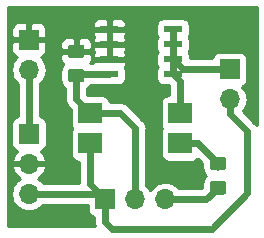
<source format=gbr>
G04 #@! TF.GenerationSoftware,KiCad,Pcbnew,(5.0.0-rc3-dev)*
G04 #@! TF.CreationDate,2018-07-21T10:19:03+02:00*
G04 #@! TF.ProjectId,Poweronoff,506F7765726F6E6F66662E6B69636164,rev?*
G04 #@! TF.SameCoordinates,PX7a8c120PY53ec600*
G04 #@! TF.FileFunction,Copper,L1,Top,Signal*
G04 #@! TF.FilePolarity,Positive*
%FSLAX46Y46*%
G04 Gerber Fmt 4.6, Leading zero omitted, Abs format (unit mm)*
G04 Created by KiCad (PCBNEW (5.0.0-rc3-dev)) date 07/21/18 10:19:03*
%MOMM*%
%LPD*%
G01*
G04 APERTURE LIST*
G04 #@! TA.AperFunction,ComponentPad*
%ADD10O,1.700000X1.700000*%
G04 #@! TD*
G04 #@! TA.AperFunction,ComponentPad*
%ADD11R,1.700000X1.700000*%
G04 #@! TD*
G04 #@! TA.AperFunction,SMDPad,CuDef*
%ADD12R,2.000000X1.780000*%
G04 #@! TD*
G04 #@! TA.AperFunction,SMDPad,CuDef*
%ADD13R,1.550000X0.600000*%
G04 #@! TD*
G04 #@! TA.AperFunction,Conductor*
%ADD14C,0.100000*%
G04 #@! TD*
G04 #@! TA.AperFunction,SMDPad,CuDef*
%ADD15C,1.150000*%
G04 #@! TD*
G04 #@! TA.AperFunction,Conductor*
%ADD16C,0.600000*%
G04 #@! TD*
G04 #@! TA.AperFunction,Conductor*
%ADD17C,0.254000*%
G04 #@! TD*
%ADD18C,0.254000*%
G04 APERTURE END LIST*
D10*
G04 #@! TO.P,J3,2*
G04 #@! TO.N,VCC*
X19500000Y11460000D03*
D11*
G04 #@! TO.P,J3,1*
G04 #@! TO.N,mcuGND*
X19500000Y14000000D03*
G04 #@! TD*
G04 #@! TO.P,J1,1*
G04 #@! TO.N,GND*
X2500000Y16500000D03*
D10*
G04 #@! TO.P,J1,2*
G04 #@! TO.N,Net-(J1-Pad2)*
X2500000Y13960000D03*
G04 #@! TD*
G04 #@! TO.P,U1,3*
G04 #@! TO.N,VCC*
X2500000Y3460000D03*
G04 #@! TO.P,U1,2*
G04 #@! TO.N,GND*
X2500000Y6000000D03*
D11*
G04 #@! TO.P,U1,1*
G04 #@! TO.N,Net-(J1-Pad2)*
X2500000Y8540000D03*
G04 #@! TD*
G04 #@! TO.P,J2,1*
G04 #@! TO.N,VCC*
X8960000Y3000000D03*
D10*
G04 #@! TO.P,J2,2*
G04 #@! TO.N,gate*
X11500000Y3000000D03*
G04 #@! TO.P,J2,3*
G04 #@! TO.N,Net-(J2-Pad3)*
X14040000Y3000000D03*
G04 #@! TD*
D12*
G04 #@! TO.P,U2,1*
G04 #@! TO.N,Net-(R2-Pad2)*
X15310000Y7730000D03*
G04 #@! TO.P,U2,3*
G04 #@! TO.N,gate*
X7690000Y10270000D03*
G04 #@! TO.P,U2,2*
G04 #@! TO.N,mcuGND*
X15310000Y10270000D03*
G04 #@! TO.P,U2,4*
G04 #@! TO.N,VCC*
X7690000Y7730000D03*
G04 #@! TD*
D13*
G04 #@! TO.P,Q1,1*
G04 #@! TO.N,GND*
X9300000Y17405000D03*
G04 #@! TO.P,Q1,2*
X9300000Y16135000D03*
G04 #@! TO.P,Q1,3*
X9300000Y14865000D03*
G04 #@! TO.P,Q1,4*
G04 #@! TO.N,gate*
X9300000Y13595000D03*
G04 #@! TO.P,Q1,5*
G04 #@! TO.N,mcuGND*
X14700000Y13595000D03*
G04 #@! TO.P,Q1,6*
X14700000Y14865000D03*
G04 #@! TO.P,Q1,7*
X14700000Y16135000D03*
G04 #@! TO.P,Q1,8*
X14700000Y17405000D03*
G04 #@! TD*
D14*
G04 #@! TO.N,Net-(R2-Pad2)*
G04 #@! TO.C,R2*
G36*
X18974505Y6598796D02*
X18998773Y6595196D01*
X19022572Y6589235D01*
X19045671Y6580970D01*
X19067850Y6570480D01*
X19088893Y6557868D01*
X19108599Y6543253D01*
X19126777Y6526777D01*
X19143253Y6508599D01*
X19157868Y6488893D01*
X19170480Y6467850D01*
X19180970Y6445671D01*
X19189235Y6422572D01*
X19195196Y6398773D01*
X19198796Y6374505D01*
X19200000Y6350001D01*
X19200000Y5699999D01*
X19198796Y5675495D01*
X19195196Y5651227D01*
X19189235Y5627428D01*
X19180970Y5604329D01*
X19170480Y5582150D01*
X19157868Y5561107D01*
X19143253Y5541401D01*
X19126777Y5523223D01*
X19108599Y5506747D01*
X19088893Y5492132D01*
X19067850Y5479520D01*
X19045671Y5469030D01*
X19022572Y5460765D01*
X18998773Y5454804D01*
X18974505Y5451204D01*
X18950001Y5450000D01*
X18049999Y5450000D01*
X18025495Y5451204D01*
X18001227Y5454804D01*
X17977428Y5460765D01*
X17954329Y5469030D01*
X17932150Y5479520D01*
X17911107Y5492132D01*
X17891401Y5506747D01*
X17873223Y5523223D01*
X17856747Y5541401D01*
X17842132Y5561107D01*
X17829520Y5582150D01*
X17819030Y5604329D01*
X17810765Y5627428D01*
X17804804Y5651227D01*
X17801204Y5675495D01*
X17800000Y5699999D01*
X17800000Y6350001D01*
X17801204Y6374505D01*
X17804804Y6398773D01*
X17810765Y6422572D01*
X17819030Y6445671D01*
X17829520Y6467850D01*
X17842132Y6488893D01*
X17856747Y6508599D01*
X17873223Y6526777D01*
X17891401Y6543253D01*
X17911107Y6557868D01*
X17932150Y6570480D01*
X17954329Y6580970D01*
X17977428Y6589235D01*
X18001227Y6595196D01*
X18025495Y6598796D01*
X18049999Y6600000D01*
X18950001Y6600000D01*
X18974505Y6598796D01*
X18974505Y6598796D01*
G37*
D15*
G04 #@! TD*
G04 #@! TO.P,R2,2*
G04 #@! TO.N,Net-(R2-Pad2)*
X18500000Y6025000D03*
D14*
G04 #@! TO.N,Net-(J2-Pad3)*
G04 #@! TO.C,R2*
G36*
X18974505Y4548796D02*
X18998773Y4545196D01*
X19022572Y4539235D01*
X19045671Y4530970D01*
X19067850Y4520480D01*
X19088893Y4507868D01*
X19108599Y4493253D01*
X19126777Y4476777D01*
X19143253Y4458599D01*
X19157868Y4438893D01*
X19170480Y4417850D01*
X19180970Y4395671D01*
X19189235Y4372572D01*
X19195196Y4348773D01*
X19198796Y4324505D01*
X19200000Y4300001D01*
X19200000Y3649999D01*
X19198796Y3625495D01*
X19195196Y3601227D01*
X19189235Y3577428D01*
X19180970Y3554329D01*
X19170480Y3532150D01*
X19157868Y3511107D01*
X19143253Y3491401D01*
X19126777Y3473223D01*
X19108599Y3456747D01*
X19088893Y3442132D01*
X19067850Y3429520D01*
X19045671Y3419030D01*
X19022572Y3410765D01*
X18998773Y3404804D01*
X18974505Y3401204D01*
X18950001Y3400000D01*
X18049999Y3400000D01*
X18025495Y3401204D01*
X18001227Y3404804D01*
X17977428Y3410765D01*
X17954329Y3419030D01*
X17932150Y3429520D01*
X17911107Y3442132D01*
X17891401Y3456747D01*
X17873223Y3473223D01*
X17856747Y3491401D01*
X17842132Y3511107D01*
X17829520Y3532150D01*
X17819030Y3554329D01*
X17810765Y3577428D01*
X17804804Y3601227D01*
X17801204Y3625495D01*
X17800000Y3649999D01*
X17800000Y4300001D01*
X17801204Y4324505D01*
X17804804Y4348773D01*
X17810765Y4372572D01*
X17819030Y4395671D01*
X17829520Y4417850D01*
X17842132Y4438893D01*
X17856747Y4458599D01*
X17873223Y4476777D01*
X17891401Y4493253D01*
X17911107Y4507868D01*
X17932150Y4520480D01*
X17954329Y4530970D01*
X17977428Y4539235D01*
X18001227Y4545196D01*
X18025495Y4548796D01*
X18049999Y4550000D01*
X18950001Y4550000D01*
X18974505Y4548796D01*
X18974505Y4548796D01*
G37*
D15*
G04 #@! TD*
G04 #@! TO.P,R2,1*
G04 #@! TO.N,Net-(J2-Pad3)*
X18500000Y3975000D03*
D14*
G04 #@! TO.N,gate*
G04 #@! TO.C,R1*
G36*
X6974505Y14048796D02*
X6998773Y14045196D01*
X7022572Y14039235D01*
X7045671Y14030970D01*
X7067850Y14020480D01*
X7088893Y14007868D01*
X7108599Y13993253D01*
X7126777Y13976777D01*
X7143253Y13958599D01*
X7157868Y13938893D01*
X7170480Y13917850D01*
X7180970Y13895671D01*
X7189235Y13872572D01*
X7195196Y13848773D01*
X7198796Y13824505D01*
X7200000Y13800001D01*
X7200000Y13149999D01*
X7198796Y13125495D01*
X7195196Y13101227D01*
X7189235Y13077428D01*
X7180970Y13054329D01*
X7170480Y13032150D01*
X7157868Y13011107D01*
X7143253Y12991401D01*
X7126777Y12973223D01*
X7108599Y12956747D01*
X7088893Y12942132D01*
X7067850Y12929520D01*
X7045671Y12919030D01*
X7022572Y12910765D01*
X6998773Y12904804D01*
X6974505Y12901204D01*
X6950001Y12900000D01*
X6049999Y12900000D01*
X6025495Y12901204D01*
X6001227Y12904804D01*
X5977428Y12910765D01*
X5954329Y12919030D01*
X5932150Y12929520D01*
X5911107Y12942132D01*
X5891401Y12956747D01*
X5873223Y12973223D01*
X5856747Y12991401D01*
X5842132Y13011107D01*
X5829520Y13032150D01*
X5819030Y13054329D01*
X5810765Y13077428D01*
X5804804Y13101227D01*
X5801204Y13125495D01*
X5800000Y13149999D01*
X5800000Y13800001D01*
X5801204Y13824505D01*
X5804804Y13848773D01*
X5810765Y13872572D01*
X5819030Y13895671D01*
X5829520Y13917850D01*
X5842132Y13938893D01*
X5856747Y13958599D01*
X5873223Y13976777D01*
X5891401Y13993253D01*
X5911107Y14007868D01*
X5932150Y14020480D01*
X5954329Y14030970D01*
X5977428Y14039235D01*
X6001227Y14045196D01*
X6025495Y14048796D01*
X6049999Y14050000D01*
X6950001Y14050000D01*
X6974505Y14048796D01*
X6974505Y14048796D01*
G37*
D15*
G04 #@! TD*
G04 #@! TO.P,R1,1*
G04 #@! TO.N,gate*
X6500000Y13475000D03*
D14*
G04 #@! TO.N,GND*
G04 #@! TO.C,R1*
G36*
X6974505Y16098796D02*
X6998773Y16095196D01*
X7022572Y16089235D01*
X7045671Y16080970D01*
X7067850Y16070480D01*
X7088893Y16057868D01*
X7108599Y16043253D01*
X7126777Y16026777D01*
X7143253Y16008599D01*
X7157868Y15988893D01*
X7170480Y15967850D01*
X7180970Y15945671D01*
X7189235Y15922572D01*
X7195196Y15898773D01*
X7198796Y15874505D01*
X7200000Y15850001D01*
X7200000Y15199999D01*
X7198796Y15175495D01*
X7195196Y15151227D01*
X7189235Y15127428D01*
X7180970Y15104329D01*
X7170480Y15082150D01*
X7157868Y15061107D01*
X7143253Y15041401D01*
X7126777Y15023223D01*
X7108599Y15006747D01*
X7088893Y14992132D01*
X7067850Y14979520D01*
X7045671Y14969030D01*
X7022572Y14960765D01*
X6998773Y14954804D01*
X6974505Y14951204D01*
X6950001Y14950000D01*
X6049999Y14950000D01*
X6025495Y14951204D01*
X6001227Y14954804D01*
X5977428Y14960765D01*
X5954329Y14969030D01*
X5932150Y14979520D01*
X5911107Y14992132D01*
X5891401Y15006747D01*
X5873223Y15023223D01*
X5856747Y15041401D01*
X5842132Y15061107D01*
X5829520Y15082150D01*
X5819030Y15104329D01*
X5810765Y15127428D01*
X5804804Y15151227D01*
X5801204Y15175495D01*
X5800000Y15199999D01*
X5800000Y15850001D01*
X5801204Y15874505D01*
X5804804Y15898773D01*
X5810765Y15922572D01*
X5819030Y15945671D01*
X5829520Y15967850D01*
X5842132Y15988893D01*
X5856747Y16008599D01*
X5873223Y16026777D01*
X5891401Y16043253D01*
X5911107Y16057868D01*
X5932150Y16070480D01*
X5954329Y16080970D01*
X5977428Y16089235D01*
X6001227Y16095196D01*
X6025495Y16098796D01*
X6049999Y16100000D01*
X6950001Y16100000D01*
X6974505Y16098796D01*
X6974505Y16098796D01*
G37*
D15*
G04 #@! TD*
G04 #@! TO.P,R1,2*
G04 #@! TO.N,GND*
X6500000Y15525000D03*
D16*
G04 #@! TO.N,VCC*
X7690000Y4270000D02*
X8960000Y3000000D01*
X7690000Y7730000D02*
X7690000Y4270000D01*
X8500000Y3460000D02*
X8960000Y3000000D01*
X2500000Y3460000D02*
X8500000Y3460000D01*
X19500000Y10257919D02*
X21000000Y8757919D01*
X19500000Y11460000D02*
X19500000Y10257919D01*
X21000000Y8757919D02*
X21000000Y3500000D01*
X21000000Y3500000D02*
X18000000Y500000D01*
X18000000Y500000D02*
X9500000Y500000D01*
X8960000Y1040000D02*
X8960000Y3000000D01*
X9500000Y500000D02*
X8960000Y1040000D01*
G04 #@! TO.N,gate*
X11500000Y3000000D02*
X11500000Y9000000D01*
X10230000Y10270000D02*
X7690000Y10270000D01*
X11500000Y9000000D02*
X10230000Y10270000D01*
X6500000Y11460000D02*
X7690000Y10270000D01*
X6500000Y13475000D02*
X6500000Y11460000D01*
X6620000Y13595000D02*
X6500000Y13475000D01*
X9300000Y13595000D02*
X6620000Y13595000D01*
G04 #@! TO.N,Net-(R2-Pad2)*
X16795000Y7730000D02*
X18500000Y6025000D01*
X15310000Y7730000D02*
X16795000Y7730000D01*
G04 #@! TO.N,Net-(J2-Pad3)*
X17525000Y3000000D02*
X18500000Y3975000D01*
X14040000Y3000000D02*
X17525000Y3000000D01*
G04 #@! TO.N,mcuGND*
X15310000Y12985000D02*
X14700000Y13595000D01*
X15310000Y10270000D02*
X15310000Y12985000D01*
X14700000Y17405000D02*
X14700000Y16135000D01*
X14700000Y14865000D02*
X14700000Y16135000D01*
X15565000Y14000000D02*
X14700000Y14865000D01*
X19500000Y14000000D02*
X15565000Y14000000D01*
X14700000Y13595000D02*
X14700000Y14865000D01*
G04 #@! TO.N,Net-(J1-Pad2)*
X2500000Y8540000D02*
X2500000Y13960000D01*
G04 #@! TD*
D17*
G04 #@! TO.N,GND*
X21790000Y19290000D02*
X710000Y19290000D01*
X21790000Y19048700D02*
X710000Y19048700D01*
X21790000Y18807400D02*
X710000Y18807400D01*
X21790000Y18566100D02*
X710000Y18566100D01*
X8361995Y18324800D02*
X710000Y18324800D01*
X9570550Y18324800D02*
X9029450Y18324800D01*
X13786043Y18324800D02*
X10238006Y18324800D01*
X21790000Y18324800D02*
X15613958Y18324800D01*
X8005475Y18083500D02*
X710000Y18083500D01*
X9427000Y18083500D02*
X9173000Y18083500D01*
X13414199Y18083500D02*
X10594526Y18083500D01*
X21790000Y18083500D02*
X15985802Y18083500D01*
X1244175Y17842200D02*
X710000Y17842200D01*
X2642950Y17842200D02*
X2357050Y17842200D01*
X7894511Y17842200D02*
X3755826Y17842200D01*
X9427000Y17842200D02*
X9173000Y17842200D01*
X13304851Y17842200D02*
X10705490Y17842200D01*
X21790000Y17842200D02*
X16095150Y17842200D01*
X1066607Y17600900D02*
X710000Y17600900D01*
X2627000Y17600900D02*
X2373000Y17600900D01*
X7979850Y17600900D02*
X3933394Y17600900D01*
X9427000Y17600900D02*
X9173000Y17600900D01*
X13277560Y17600900D02*
X10620150Y17600900D01*
X21790000Y17600900D02*
X16122440Y17600900D01*
X1015000Y17359600D02*
X710000Y17359600D01*
X2627000Y17359600D02*
X2373000Y17359600D01*
X13277560Y17359600D02*
X3985000Y17359600D01*
X21790000Y17359600D02*
X16122440Y17359600D01*
X1015000Y17118300D02*
X710000Y17118300D01*
X2627000Y17118300D02*
X2373000Y17118300D01*
X7890000Y17118300D02*
X3985000Y17118300D01*
X9427000Y17118300D02*
X9173000Y17118300D01*
X13277560Y17118300D02*
X10710000Y17118300D01*
X21790000Y17118300D02*
X16122440Y17118300D01*
X1015000Y16877000D02*
X710000Y16877000D01*
X2627000Y16877000D02*
X2373000Y16877000D01*
X7932121Y16877000D02*
X3985000Y16877000D01*
X9427000Y16877000D02*
X9173000Y16877000D01*
X13322911Y16877000D02*
X10667878Y16877000D01*
X21790000Y16877000D02*
X16077088Y16877000D01*
X1165050Y16635700D02*
X710000Y16635700D01*
X2627000Y16635700D02*
X2373000Y16635700D01*
X5437675Y16635700D02*
X3834950Y16635700D01*
X6686450Y16635700D02*
X6313550Y16635700D01*
X7920814Y16635700D02*
X7562326Y16635700D01*
X9427000Y16635700D02*
X9173000Y16635700D01*
X13317482Y16635700D02*
X10679187Y16635700D01*
X21790000Y16635700D02*
X16082519Y16635700D01*
X5234626Y16394400D02*
X710000Y16394400D01*
X6627000Y16394400D02*
X6373000Y16394400D01*
X7916350Y16394400D02*
X7765375Y16394400D01*
X9427000Y16394400D02*
X9173000Y16394400D01*
X13277560Y16394400D02*
X10683650Y16394400D01*
X21790000Y16394400D02*
X16122440Y16394400D01*
X1015000Y16153100D02*
X710000Y16153100D01*
X5165000Y16153100D02*
X3985000Y16153100D01*
X6627000Y16153100D02*
X6373000Y16153100D01*
X13277560Y16153100D02*
X7835000Y16153100D01*
X21790000Y16153100D02*
X16122440Y16153100D01*
X1015000Y15911800D02*
X710000Y15911800D01*
X5165000Y15911800D02*
X3985000Y15911800D01*
X6627000Y15911800D02*
X6373000Y15911800D01*
X7952550Y15911800D02*
X7835000Y15911800D01*
X9427000Y15911800D02*
X9173000Y15911800D01*
X13277560Y15911800D02*
X10647450Y15911800D01*
X21790000Y15911800D02*
X16122440Y15911800D01*
X1015000Y15670500D02*
X710000Y15670500D01*
X5305250Y15670500D02*
X3985000Y15670500D01*
X6627000Y15670500D02*
X6373000Y15670500D01*
X7905818Y15670500D02*
X7694750Y15670500D01*
X9427000Y15670500D02*
X9173000Y15670500D01*
X13310280Y15670500D02*
X10694181Y15670500D01*
X21790000Y15670500D02*
X16089719Y15670500D01*
X1054139Y15429200D02*
X710000Y15429200D01*
X7947116Y15429200D02*
X3945860Y15429200D01*
X9427000Y15429200D02*
X9173000Y15429200D01*
X13337825Y15429200D02*
X10652885Y15429200D01*
X18373865Y15429200D02*
X16062176Y15429200D01*
X21790000Y15429200D02*
X20626136Y15429200D01*
X1214074Y15187900D02*
X710000Y15187900D01*
X5165000Y15187900D02*
X3785925Y15187900D01*
X7890000Y15187900D02*
X7835000Y15187900D01*
X9427000Y15187900D02*
X9173000Y15187900D01*
X13282116Y15187900D02*
X10710000Y15187900D01*
X18112070Y15187900D02*
X16117885Y15187900D01*
X21790000Y15187900D02*
X20887931Y15187900D01*
X1373232Y14946600D02*
X710000Y14946600D01*
X5165000Y14946600D02*
X3626769Y14946600D01*
X13277560Y14946600D02*
X7835000Y14946600D01*
X18021775Y14946600D02*
X16122440Y14946600D01*
X21790000Y14946600D02*
X20978226Y14946600D01*
X1212000Y14705300D02*
X710000Y14705300D01*
X5214039Y14705300D02*
X3788001Y14705300D01*
X8016050Y14705300D02*
X7785960Y14705300D01*
X13277560Y14705300D02*
X10583950Y14705300D01*
X21790000Y14705300D02*
X20997440Y14705300D01*
X1086160Y14464000D02*
X710000Y14464000D01*
X5387974Y14464000D02*
X3913841Y14464000D01*
X13297649Y14464000D02*
X10710000Y14464000D01*
X21790000Y14464000D02*
X20997440Y14464000D01*
X1038163Y14222700D02*
X710000Y14222700D01*
X5273836Y14222700D02*
X3961838Y14222700D01*
X13380255Y14222700D02*
X10620533Y14222700D01*
X21790000Y14222700D02*
X20997440Y14222700D01*
X990165Y13981400D02*
X710000Y13981400D01*
X5188643Y13981400D02*
X4009836Y13981400D01*
X13294746Y13981400D02*
X10705255Y13981400D01*
X21790000Y13981400D02*
X20997440Y13981400D01*
X1029648Y13740100D02*
X710000Y13740100D01*
X5152560Y13740100D02*
X3970351Y13740100D01*
X13277560Y13740100D02*
X10722440Y13740100D01*
X21790000Y13740100D02*
X20997440Y13740100D01*
X1077646Y13498800D02*
X710000Y13498800D01*
X5152560Y13498800D02*
X3922353Y13498800D01*
X13277560Y13498800D02*
X10722440Y13498800D01*
X21790000Y13498800D02*
X20997440Y13498800D01*
X1183401Y13257500D02*
X710000Y13257500D01*
X5152560Y13257500D02*
X3816598Y13257500D01*
X13285019Y13257500D02*
X10714980Y13257500D01*
X21790000Y13257500D02*
X20997440Y13257500D01*
X1344633Y13016200D02*
X710000Y13016200D01*
X5179174Y13016200D02*
X3655366Y13016200D01*
X13347580Y13016200D02*
X10652419Y13016200D01*
X21790000Y13016200D02*
X20970825Y13016200D01*
X1565001Y12774900D02*
X710000Y12774900D01*
X5242030Y12774900D02*
X3435000Y12774900D01*
X13560415Y12774900D02*
X10439584Y12774900D01*
X21790000Y12774900D02*
X20863073Y12774900D01*
X1565001Y12533600D02*
X710000Y12533600D01*
X5403262Y12533600D02*
X3435000Y12533600D01*
X14375001Y12533600D02*
X7596737Y12533600D01*
X21790000Y12533600D02*
X20566173Y12533600D01*
X1565001Y12292300D02*
X710000Y12292300D01*
X5565001Y12292300D02*
X3435000Y12292300D01*
X14375001Y12292300D02*
X7435000Y12292300D01*
X21790000Y12292300D02*
X20729869Y12292300D01*
X1565001Y12051000D02*
X710000Y12051000D01*
X5565001Y12051000D02*
X3435000Y12051000D01*
X14375001Y12051000D02*
X7435000Y12051000D01*
X21790000Y12051000D02*
X20891101Y12051000D01*
X1565001Y11809700D02*
X710000Y11809700D01*
X5565001Y11809700D02*
X3435000Y11809700D01*
X14375001Y11809700D02*
X7472589Y11809700D01*
X21790000Y11809700D02*
X20944533Y11809700D01*
X1565001Y11568400D02*
X710000Y11568400D01*
X5565001Y11568400D02*
X3435000Y11568400D01*
X13819177Y11568400D02*
X9180824Y11568400D01*
X21790000Y11568400D02*
X20992530Y11568400D01*
X1565001Y11327100D02*
X710000Y11327100D01*
X5573118Y11327100D02*
X3435000Y11327100D01*
X13695798Y11327100D02*
X9304203Y11327100D01*
X21790000Y11327100D02*
X20987656Y11327100D01*
X1565001Y11085800D02*
X710000Y11085800D01*
X5625518Y11085800D02*
X3435000Y11085800D01*
X13662560Y11085800D02*
X10692024Y11085800D01*
X21790000Y11085800D02*
X20939659Y11085800D01*
X1565001Y10844500D02*
X710000Y10844500D01*
X5786750Y10844500D02*
X3435000Y10844500D01*
X13662560Y10844500D02*
X10977790Y10844500D01*
X21790000Y10844500D02*
X20874729Y10844500D01*
X1565001Y10603200D02*
X710000Y10603200D01*
X6034511Y10603200D02*
X3435000Y10603200D01*
X13662560Y10603200D02*
X11219090Y10603200D01*
X21790000Y10603200D02*
X20713498Y10603200D01*
X1565001Y10361900D02*
X710000Y10361900D01*
X6042560Y10361900D02*
X3435000Y10361900D01*
X13662560Y10361900D02*
X11460390Y10361900D01*
X21790000Y10361900D02*
X20718309Y10361900D01*
X1565001Y10120600D02*
X710000Y10120600D01*
X6042560Y10120600D02*
X3435000Y10120600D01*
X13662560Y10120600D02*
X11701690Y10120600D01*
X21790000Y10120600D02*
X20959609Y10120600D01*
X1239321Y9879300D02*
X710000Y9879300D01*
X6042560Y9879300D02*
X3760680Y9879300D01*
X13662560Y9879300D02*
X11942990Y9879300D01*
X21790000Y9879300D02*
X21200909Y9879300D01*
X1052001Y9638000D02*
X710000Y9638000D01*
X6042560Y9638000D02*
X3948000Y9638000D01*
X13662560Y9638000D02*
X12198217Y9638000D01*
X21790000Y9638000D02*
X21442209Y9638000D01*
X1003893Y9396700D02*
X710000Y9396700D01*
X6042560Y9396700D02*
X3996108Y9396700D01*
X13662560Y9396700D02*
X12359448Y9396700D01*
X21790000Y9396700D02*
X21697695Y9396700D01*
X1002560Y9155400D02*
X710000Y9155400D01*
X6087235Y9155400D02*
X3997440Y9155400D01*
X13707235Y9155400D02*
X12422407Y9155400D01*
X1002560Y8914100D02*
X710000Y8914100D01*
X6122804Y8914100D02*
X3997440Y8914100D01*
X13742804Y8914100D02*
X12436229Y8914100D01*
X1002560Y8672800D02*
X710000Y8672800D01*
X6053063Y8672800D02*
X3997440Y8672800D01*
X13673063Y8672800D02*
X12435000Y8672800D01*
X1002560Y8431500D02*
X710000Y8431500D01*
X6042560Y8431500D02*
X3997440Y8431500D01*
X13662560Y8431500D02*
X12435000Y8431500D01*
X1002560Y8190200D02*
X710000Y8190200D01*
X6042560Y8190200D02*
X3997440Y8190200D01*
X13662560Y8190200D02*
X12435000Y8190200D01*
X1002560Y7948900D02*
X710000Y7948900D01*
X6042560Y7948900D02*
X3997440Y7948900D01*
X13662560Y7948900D02*
X12435000Y7948900D01*
X1002560Y7707600D02*
X710000Y7707600D01*
X6042560Y7707600D02*
X3997440Y7707600D01*
X13662560Y7707600D02*
X12435000Y7707600D01*
X1047056Y7466300D02*
X710000Y7466300D01*
X6042560Y7466300D02*
X3952943Y7466300D01*
X13662560Y7466300D02*
X12435000Y7466300D01*
X1202953Y7225000D02*
X710000Y7225000D01*
X6042560Y7225000D02*
X3797046Y7225000D01*
X13662560Y7225000D02*
X12435000Y7225000D01*
X1425911Y6983700D02*
X710000Y6983700D01*
X6042560Y6983700D02*
X3574090Y6983700D01*
X13662560Y6983700D02*
X12435000Y6983700D01*
X1218198Y6742400D02*
X710000Y6742400D01*
X6061973Y6742400D02*
X3781803Y6742400D01*
X13681973Y6742400D02*
X12435000Y6742400D01*
X1118254Y6501100D02*
X710000Y6501100D01*
X6152737Y6501100D02*
X3881747Y6501100D01*
X13772737Y6501100D02*
X12435000Y6501100D01*
X1109761Y6259800D02*
X710000Y6259800D01*
X6415360Y6259800D02*
X3890238Y6259800D01*
X14035360Y6259800D02*
X12435000Y6259800D01*
X16942910Y6259800D02*
X16584639Y6259800D01*
X6755000Y6018500D02*
X710000Y6018500D01*
X17152560Y6018500D02*
X12435000Y6018500D01*
X1129288Y5777200D02*
X710000Y5777200D01*
X6755000Y5777200D02*
X3870713Y5777200D01*
X17152560Y5777200D02*
X12435000Y5777200D01*
X1102929Y5535900D02*
X710000Y5535900D01*
X6755000Y5535900D02*
X3897070Y5535900D01*
X17185201Y5535900D02*
X12435000Y5535900D01*
X1202872Y5294600D02*
X710000Y5294600D01*
X6755000Y5294600D02*
X3797127Y5294600D01*
X17262276Y5294600D02*
X12435000Y5294600D01*
X1392190Y5053300D02*
X710000Y5053300D01*
X6755000Y5053300D02*
X3607809Y5053300D01*
X17433543Y5053300D02*
X12435000Y5053300D01*
X1612095Y4812000D02*
X710000Y4812000D01*
X6755000Y4812000D02*
X3387904Y4812000D01*
X17333505Y4812000D02*
X12435000Y4812000D01*
X1489352Y4570700D02*
X710000Y4570700D01*
X6755000Y4570700D02*
X3510649Y4570700D01*
X17206406Y4570700D02*
X12435000Y4570700D01*
X1294921Y4329400D02*
X710000Y4329400D01*
X13356660Y4329400D02*
X12435000Y4329400D01*
X17158408Y4329400D02*
X14723341Y4329400D01*
X1133690Y4088100D02*
X710000Y4088100D01*
X12995529Y4088100D02*
X12544472Y4088100D01*
X17152560Y4088100D02*
X15084472Y4088100D01*
X1062848Y3846800D02*
X710000Y3846800D01*
X12819821Y3846800D02*
X12720180Y3846800D01*
X1014850Y3605500D02*
X710000Y3605500D01*
X1004963Y3364200D02*
X710000Y3364200D01*
X1052961Y3122900D02*
X710000Y3122900D01*
X1100958Y2881600D02*
X710000Y2881600D01*
X1261712Y2640300D02*
X710000Y2640300D01*
X1422943Y2399000D02*
X710000Y2399000D01*
X7462560Y2399000D02*
X3577056Y2399000D01*
X1776101Y2157700D02*
X710000Y2157700D01*
X7462560Y2157700D02*
X3223898Y2157700D01*
X7509025Y1916400D02*
X710000Y1916400D01*
X7677769Y1675100D02*
X710000Y1675100D01*
X8025000Y1433800D02*
X710000Y1433800D01*
X8025000Y1192500D02*
X710000Y1192500D01*
X8024346Y951200D02*
X710000Y951200D01*
X21790001Y9258554D02*
X21790001Y9258554D01*
X21548701Y9531508D02*
X21548701Y19290000D01*
X21307401Y9772808D02*
X21307401Y19290000D01*
X21066101Y10014108D02*
X21066101Y19290000D01*
X20824801Y15282378D02*
X20824801Y19290000D01*
X20824801Y12150223D02*
X20824801Y12717621D01*
X20824801Y10255408D02*
X20824801Y10769776D01*
X20583501Y15450994D02*
X20583501Y19290000D01*
X20583501Y12511354D02*
X20583501Y12549005D01*
X20342201Y15497440D02*
X20342201Y19290000D01*
X20100901Y15497440D02*
X20100901Y19290000D01*
X19859601Y15497440D02*
X19859601Y19290000D01*
X19618301Y15497440D02*
X19618301Y19290000D01*
X19377001Y15497440D02*
X19377001Y19290000D01*
X19135701Y15497440D02*
X19135701Y19290000D01*
X18894401Y15497440D02*
X18894401Y19290000D01*
X18653101Y15497440D02*
X18653101Y19290000D01*
X18411801Y15450060D02*
X18411801Y19290000D01*
X18170501Y15275348D02*
X18170501Y19290000D01*
X17929201Y14935000D02*
X17929201Y19290000D01*
X17687901Y14935000D02*
X17687901Y19290000D01*
X17446601Y14935000D02*
X17446601Y19290000D01*
X17446601Y4955425D02*
X17446601Y5044576D01*
X17205301Y14935000D02*
X17205301Y19290000D01*
X17205301Y4565150D02*
X17205301Y5434851D01*
X16964001Y14935000D02*
X16964001Y19290000D01*
X16964001Y3935000D02*
X16964001Y6238710D01*
X16722701Y14935000D02*
X16722701Y19290000D01*
X16722701Y3935000D02*
X16722701Y6352050D01*
X16481401Y14935000D02*
X16481401Y19290000D01*
X16481401Y3935000D02*
X16481401Y6226653D01*
X16240101Y14935000D02*
X16240101Y19290000D01*
X16240101Y3935000D02*
X16240101Y6192560D01*
X15998801Y18064045D02*
X15998801Y19290000D01*
X15998801Y3935000D02*
X15998801Y6192560D01*
X15757501Y18279946D02*
X15757501Y19290000D01*
X15757501Y3935000D02*
X15757501Y6192560D01*
X15516201Y18344244D02*
X15516201Y19290000D01*
X15516201Y3935000D02*
X15516201Y6192560D01*
X15274901Y18352440D02*
X15274901Y19290000D01*
X15274901Y3935000D02*
X15274901Y6192560D01*
X15033601Y18352440D02*
X15033601Y19290000D01*
X15033601Y4122090D02*
X15033601Y6192560D01*
X14792301Y18352440D02*
X14792301Y19290000D01*
X14792301Y4283322D02*
X14792301Y6192560D01*
X14551001Y18352440D02*
X14551001Y19290000D01*
X14551001Y4412447D02*
X14551001Y6192560D01*
X14309701Y18352440D02*
X14309701Y19290000D01*
X14309701Y11807381D02*
X14309701Y12647560D01*
X14309701Y4460445D02*
X14309701Y6192620D01*
X14068401Y18352440D02*
X14068401Y19290000D01*
X14068401Y11759384D02*
X14068401Y12647560D01*
X14068401Y4485000D02*
X14068401Y6240617D01*
X13827101Y18332967D02*
X13827101Y19290000D01*
X13827101Y11580260D02*
X13827101Y12667034D01*
X13827101Y4471744D02*
X13827101Y6419741D01*
X13585801Y18242063D02*
X13585801Y19290000D01*
X13585801Y4423747D02*
X13585801Y12757938D01*
X13344501Y17979192D02*
X13344501Y19290000D01*
X13344501Y16709192D02*
X13344501Y16830809D01*
X13344501Y15439192D02*
X13344501Y15560809D01*
X13344501Y14169192D02*
X13344501Y14290809D01*
X13344501Y4321277D02*
X13344501Y13020809D01*
X13103201Y4160045D02*
X13103201Y19290000D01*
X12861901Y3909779D02*
X12861901Y19290000D01*
X12620601Y3995830D02*
X12620601Y19290000D01*
X12379301Y9366987D02*
X12379301Y19290000D01*
X12138001Y9698215D02*
X12138001Y19290000D01*
X11896701Y9925588D02*
X11896701Y19290000D01*
X11655401Y10166888D02*
X11655401Y19290000D01*
X11414101Y10408188D02*
X11414101Y19290000D01*
X11172801Y10649488D02*
X11172801Y19290000D01*
X10931501Y10903083D02*
X10931501Y19290000D01*
X10690201Y17879108D02*
X10690201Y19290000D01*
X10690201Y17139049D02*
X10690201Y17670951D01*
X10690201Y16609109D02*
X10690201Y16930890D01*
X10690201Y15869049D02*
X10690201Y16400951D01*
X10690201Y15339109D02*
X10690201Y15660890D01*
X10690201Y14599049D02*
X10690201Y15130951D01*
X10690201Y14057078D02*
X10690201Y14390891D01*
X10690201Y11087017D02*
X10690201Y13132921D01*
X10448901Y18229124D02*
X10448901Y19290000D01*
X10448901Y17278000D02*
X10448901Y17532000D01*
X10448901Y16008000D02*
X10448901Y16262000D01*
X10448901Y14738000D02*
X10448901Y14992000D01*
X10448901Y11179774D02*
X10448901Y12781125D01*
X10207601Y18337393D02*
X10207601Y19290000D01*
X10207601Y17278000D02*
X10207601Y17532000D01*
X10207601Y16008000D02*
X10207601Y16262000D01*
X10207601Y14738000D02*
X10207601Y14992000D01*
X10207601Y11218862D02*
X10207601Y12673935D01*
X9966301Y18340000D02*
X9966301Y19290000D01*
X9966301Y17278000D02*
X9966301Y17532000D01*
X9966301Y16008000D02*
X9966301Y16262000D01*
X9966301Y14738000D02*
X9966301Y14992000D01*
X9966301Y11205000D02*
X9966301Y12647560D01*
X9725001Y18340000D02*
X9725001Y19290000D01*
X9725001Y17278000D02*
X9725001Y17532000D01*
X9725001Y16008000D02*
X9725001Y16262000D01*
X9725001Y14738000D02*
X9725001Y14992000D01*
X9725001Y11205000D02*
X9725001Y12647560D01*
X9483701Y18237951D02*
X9483701Y19290000D01*
X9483701Y17278000D02*
X9483701Y17532000D01*
X9483701Y16008000D02*
X9483701Y16262000D01*
X9483701Y14738000D02*
X9483701Y14992000D01*
X9483701Y11205000D02*
X9483701Y12647560D01*
X9242401Y18181250D02*
X9242401Y19290000D01*
X9242401Y17278000D02*
X9242401Y18181250D01*
X9242401Y16008000D02*
X9242401Y17278000D01*
X9242401Y14718000D02*
X9242401Y16008000D01*
X9242401Y11476243D02*
X9242401Y12647560D01*
X9001101Y18340000D02*
X9001101Y19290000D01*
X9001101Y17278000D02*
X9001101Y17532000D01*
X9001101Y16008000D02*
X9001101Y16262000D01*
X9001101Y14738000D02*
X9001101Y14992000D01*
X9001101Y11715836D02*
X9001101Y12647560D01*
X8759801Y18340000D02*
X8759801Y19290000D01*
X8759801Y17278000D02*
X8759801Y17532000D01*
X8759801Y16008000D02*
X8759801Y16262000D01*
X8759801Y14738000D02*
X8759801Y14992000D01*
X8759801Y11793555D02*
X8759801Y12647560D01*
X8518501Y18340000D02*
X8518501Y19290000D01*
X8518501Y17278000D02*
X8518501Y17532000D01*
X8518501Y16008000D02*
X8518501Y16262000D01*
X8518501Y14738000D02*
X8518501Y14992000D01*
X8518501Y11807440D02*
X8518501Y12648853D01*
X8277201Y18289678D02*
X8277201Y19290000D01*
X8277201Y17278000D02*
X8277201Y17532000D01*
X8277201Y16008000D02*
X8277201Y16262000D01*
X8277201Y14738000D02*
X8277201Y14992000D01*
X8277201Y11807440D02*
X8277201Y12660000D01*
X8035901Y18113927D02*
X8035901Y19290000D01*
X8035901Y17265151D02*
X8035901Y17544849D01*
X8035901Y15995151D02*
X8035901Y16274849D01*
X8035901Y14725151D02*
X8035901Y15004849D01*
X8035901Y11807440D02*
X8035901Y12660000D01*
X8035901Y710000D02*
X8035901Y893112D01*
X7794601Y17831310D02*
X7794601Y19290000D01*
X7794601Y17119250D02*
X7794601Y17831310D01*
X7794601Y16323840D02*
X7794601Y17119250D01*
X7794601Y15279649D02*
X7794601Y15770351D01*
X7794601Y14530000D02*
X7794601Y14726159D01*
X7794601Y11807440D02*
X7794601Y12660000D01*
X7794601Y710000D02*
X7794601Y1597035D01*
X7553301Y17831310D02*
X7553301Y19290000D01*
X7553301Y17119250D02*
X7553301Y17831310D01*
X7553301Y16640977D02*
X7553301Y17119250D01*
X7553301Y15398000D02*
X7553301Y15652000D01*
X7553301Y11807440D02*
X7553301Y12494509D01*
X7553301Y710000D02*
X7553301Y1840190D01*
X7312001Y17831310D02*
X7312001Y19290000D01*
X7312001Y17119250D02*
X7312001Y17831310D01*
X7312001Y16735000D02*
X7312001Y17119250D01*
X7312001Y15398000D02*
X7312001Y15652000D01*
X7312001Y710000D02*
X7312001Y2525000D01*
X7070701Y17831310D02*
X7070701Y19290000D01*
X7070701Y17119250D02*
X7070701Y17831310D01*
X7070701Y16735000D02*
X7070701Y17119250D01*
X7070701Y15398000D02*
X7070701Y15652000D01*
X7070701Y710000D02*
X7070701Y2525000D01*
X6829401Y17831310D02*
X6829401Y19290000D01*
X6829401Y17119250D02*
X6829401Y17831310D01*
X6829401Y16735000D02*
X6829401Y17119250D01*
X6829401Y15398000D02*
X6829401Y15652000D01*
X6829401Y710000D02*
X6829401Y2525000D01*
X6588101Y17831310D02*
X6588101Y19290000D01*
X6588101Y17119250D02*
X6588101Y17831310D01*
X6588101Y16576250D02*
X6588101Y17119250D01*
X6588101Y15378000D02*
X6588101Y16576250D01*
X6588101Y4395000D02*
X6588101Y6212829D01*
X6588101Y710000D02*
X6588101Y2525000D01*
X6346801Y17831310D02*
X6346801Y19290000D01*
X6346801Y17119250D02*
X6346801Y17831310D01*
X6346801Y16602449D02*
X6346801Y17119250D01*
X6346801Y15398000D02*
X6346801Y15652000D01*
X6346801Y4395000D02*
X6346801Y6305611D01*
X6346801Y710000D02*
X6346801Y2525000D01*
X6105501Y17831310D02*
X6105501Y19290000D01*
X6105501Y17119250D02*
X6105501Y17831310D01*
X6105501Y16735000D02*
X6105501Y17119250D01*
X6105501Y15398000D02*
X6105501Y15652000D01*
X6105501Y8888206D02*
X6105501Y9111795D01*
X6105501Y4395000D02*
X6105501Y6571795D01*
X6105501Y710000D02*
X6105501Y2525000D01*
X5864201Y17831310D02*
X5864201Y19290000D01*
X5864201Y17119250D02*
X5864201Y17831310D01*
X5864201Y16735000D02*
X5864201Y17119250D01*
X5864201Y15398000D02*
X5864201Y15652000D01*
X5864201Y4395000D02*
X5864201Y10760314D01*
X5864201Y710000D02*
X5864201Y2525000D01*
X5622901Y17831310D02*
X5622901Y19290000D01*
X5622901Y17119250D02*
X5622901Y17831310D01*
X5622901Y16713963D02*
X5622901Y17119250D01*
X5622901Y15398000D02*
X5622901Y15652000D01*
X5622901Y4395000D02*
X5622901Y11089718D01*
X5622901Y710000D02*
X5622901Y2525000D01*
X5381601Y17831310D02*
X5381601Y19290000D01*
X5381601Y17119250D02*
X5381601Y17831310D01*
X5381601Y16579627D02*
X5381601Y17119250D01*
X5381601Y15398000D02*
X5381601Y15652000D01*
X5381601Y14383982D02*
X5381601Y14470374D01*
X5381601Y4395000D02*
X5381601Y12566019D01*
X5381601Y710000D02*
X5381601Y2525000D01*
X5140301Y17831310D02*
X5140301Y19290000D01*
X5140301Y17119250D02*
X5140301Y17831310D01*
X5140301Y16226309D02*
X5140301Y17119250D01*
X5140301Y4395000D02*
X5140301Y16226309D01*
X5140301Y710000D02*
X5140301Y2525000D01*
X4899001Y17831310D02*
X4899001Y19290000D01*
X4899001Y17119250D02*
X4899001Y17831310D01*
X4899001Y16226309D02*
X4899001Y17119250D01*
X4899001Y4395000D02*
X4899001Y16226309D01*
X4899001Y710000D02*
X4899001Y2525000D01*
X4657701Y17831310D02*
X4657701Y19290000D01*
X4657701Y17119250D02*
X4657701Y17831310D01*
X4657701Y16226309D02*
X4657701Y17119250D01*
X4657701Y4395000D02*
X4657701Y16226309D01*
X4657701Y710000D02*
X4657701Y2525000D01*
X4416401Y17831310D02*
X4416401Y19290000D01*
X4416401Y17119250D02*
X4416401Y17831310D01*
X4416401Y16226309D02*
X4416401Y17119250D01*
X4416401Y4395000D02*
X4416401Y16226309D01*
X4416401Y710000D02*
X4416401Y2525000D01*
X4175101Y17831310D02*
X4175101Y19290000D01*
X4175101Y17119250D02*
X4175101Y17831310D01*
X4175101Y16226309D02*
X4175101Y17119250D01*
X4175101Y4395000D02*
X4175101Y16226309D01*
X4175101Y710000D02*
X4175101Y2525000D01*
X3933801Y17831310D02*
X3933801Y19290000D01*
X3933801Y17599915D02*
X3933801Y17831310D01*
X3933801Y16265449D02*
X3933801Y16734551D01*
X3933801Y14363651D02*
X3933801Y15400084D01*
X3933801Y9659250D02*
X3933801Y13556348D01*
X3933801Y6375420D02*
X3933801Y7420749D01*
X3933801Y5657653D02*
X3933801Y6342346D01*
X3933801Y4395000D02*
X3933801Y5624579D01*
X3933801Y710000D02*
X3933801Y2525000D01*
X3692501Y17895450D02*
X3692501Y19290000D01*
X3692501Y16373000D02*
X3692501Y16627000D01*
X3692501Y14848224D02*
X3692501Y15104549D01*
X3692501Y9924855D02*
X3692501Y13071775D01*
X3692501Y6853768D02*
X3692501Y7155144D01*
X3692501Y5873000D02*
X3692501Y6127000D01*
X3692501Y4395000D02*
X3692501Y5146231D01*
X3692501Y710000D02*
X3692501Y2525000D01*
X3451201Y17985000D02*
X3451201Y19290000D01*
X3451201Y16373000D02*
X3451201Y16627000D01*
X3451201Y10017310D02*
X3451201Y12809578D01*
X3451201Y5873000D02*
X3451201Y6127000D01*
X3451201Y4610421D02*
X3451201Y4881455D01*
X3451201Y710000D02*
X3451201Y2309578D01*
X3209901Y17985000D02*
X3209901Y19290000D01*
X3209901Y16373000D02*
X3209901Y16627000D01*
X3209901Y5873000D02*
X3209901Y6127000D01*
X3209901Y710000D02*
X3209901Y2148346D01*
X2968601Y17985000D02*
X2968601Y19290000D01*
X2968601Y16373000D02*
X2968601Y16627000D01*
X2968601Y5873000D02*
X2968601Y6127000D01*
X2968601Y710000D02*
X2968601Y2039118D01*
X2727301Y17926551D02*
X2727301Y19290000D01*
X2727301Y16373000D02*
X2727301Y16627000D01*
X2727301Y5873000D02*
X2727301Y6127000D01*
X2727301Y710000D02*
X2727301Y1991120D01*
X2486001Y17826250D02*
X2486001Y19290000D01*
X2486001Y16353000D02*
X2486001Y17826250D01*
X2486001Y5853000D02*
X2486001Y6147000D01*
X2486001Y710000D02*
X2486001Y1975000D01*
X2244701Y17954549D02*
X2244701Y19290000D01*
X2244701Y16373000D02*
X2244701Y16627000D01*
X2244701Y5873000D02*
X2244701Y6127000D01*
X2244701Y710000D02*
X2244701Y1996690D01*
X2003401Y17985000D02*
X2003401Y19290000D01*
X2003401Y16373000D02*
X2003401Y16627000D01*
X2003401Y5873000D02*
X2003401Y6127000D01*
X2003401Y710000D02*
X2003401Y2044688D01*
X1762101Y17985000D02*
X1762101Y19290000D01*
X1762101Y16373000D02*
X1762101Y16627000D01*
X1762101Y5873000D02*
X1762101Y6127000D01*
X1762101Y710000D02*
X1762101Y2167055D01*
X1520801Y17983803D02*
X1520801Y19290000D01*
X1520801Y16373000D02*
X1520801Y16627000D01*
X1520801Y10011742D02*
X1520801Y12828287D01*
X1520801Y5873000D02*
X1520801Y6127000D01*
X1520801Y4591714D02*
X1520801Y4912178D01*
X1520801Y710000D02*
X1520801Y2328287D01*
X1279501Y17877527D02*
X1279501Y19290000D01*
X1279501Y16373000D02*
X1279501Y16627000D01*
X1279501Y14806323D02*
X1279501Y15122474D01*
X1279501Y9906149D02*
X1279501Y13113678D01*
X1279501Y6823047D02*
X1279501Y7173852D01*
X1279501Y5873000D02*
X1279501Y6127000D01*
X1279501Y4306323D02*
X1279501Y5176954D01*
X1279501Y710000D02*
X1279501Y2613678D01*
X1038201Y17532323D02*
X1038201Y19290000D01*
X1038201Y16237451D02*
X1038201Y16762549D01*
X1038201Y14222896D02*
X1038201Y15467678D01*
X1038201Y9569182D02*
X1038201Y13697105D01*
X1038201Y3722896D02*
X1038201Y7510819D01*
X1038201Y710000D02*
X1038201Y3197105D01*
X796901Y17476310D02*
X796901Y19290000D01*
X796901Y13960000D02*
X796901Y17476310D01*
X796901Y710000D02*
X796901Y13960000D01*
D18*
X21790001Y9258554D02*
X21674097Y9432016D01*
X21596031Y9484178D01*
X20618774Y10461435D01*
X20898839Y10880582D01*
X21014092Y11460000D01*
X20898839Y12039418D01*
X20570625Y12530625D01*
X20552381Y12542816D01*
X20597765Y12551843D01*
X20807809Y12692191D01*
X20948157Y12902235D01*
X20997440Y13150000D01*
X20997440Y14850000D01*
X20948157Y15097765D01*
X20807809Y15307809D01*
X20597765Y15448157D01*
X20350000Y15497440D01*
X18650000Y15497440D01*
X18402235Y15448157D01*
X18192191Y15307809D01*
X18051843Y15097765D01*
X18019467Y14935000D01*
X16122440Y14935000D01*
X16122440Y15165000D01*
X16073157Y15412765D01*
X16014868Y15500000D01*
X16073157Y15587235D01*
X16122440Y15835000D01*
X16122440Y16435000D01*
X16073157Y16682765D01*
X16014868Y16770000D01*
X16073157Y16857235D01*
X16122440Y17105000D01*
X16122440Y17705000D01*
X16073157Y17952765D01*
X15932809Y18162809D01*
X15722765Y18303157D01*
X15475000Y18352440D01*
X14729546Y18352440D01*
X14700000Y18358317D01*
X14670454Y18352440D01*
X13925000Y18352440D01*
X13677235Y18303157D01*
X13467191Y18162809D01*
X13326843Y17952765D01*
X13277560Y17705000D01*
X13277560Y17105000D01*
X13326843Y16857235D01*
X13385132Y16770000D01*
X13326843Y16682765D01*
X13277560Y16435000D01*
X13277560Y15835000D01*
X13326843Y15587235D01*
X13385132Y15500000D01*
X13326843Y15412765D01*
X13277560Y15165000D01*
X13277560Y14565000D01*
X13326843Y14317235D01*
X13385132Y14230000D01*
X13326843Y14142765D01*
X13277560Y13895000D01*
X13277560Y13295000D01*
X13326843Y13047235D01*
X13467191Y12837191D01*
X13677235Y12696843D01*
X13925000Y12647560D01*
X14325151Y12647560D01*
X14375001Y12597710D01*
X14375001Y11807440D01*
X14310000Y11807440D01*
X14062235Y11758157D01*
X13852191Y11617809D01*
X13711843Y11407765D01*
X13662560Y11160000D01*
X13662560Y9380000D01*
X13711843Y9132235D01*
X13800200Y9000000D01*
X13711843Y8867765D01*
X13662560Y8620000D01*
X13662560Y6840000D01*
X13711843Y6592235D01*
X13852191Y6382191D01*
X14062235Y6241843D01*
X14310000Y6192560D01*
X16310000Y6192560D01*
X16557765Y6241843D01*
X16767809Y6382191D01*
X16788922Y6413789D01*
X17152560Y6050150D01*
X17152560Y5699999D01*
X17220873Y5356564D01*
X17415414Y5065414D01*
X17513313Y5000000D01*
X17415414Y4934586D01*
X17220873Y4643436D01*
X17152560Y4300001D01*
X17152560Y3949849D01*
X17137711Y3935000D01*
X15201247Y3935000D01*
X15110625Y4070625D01*
X14619418Y4398839D01*
X14186256Y4485000D01*
X13893744Y4485000D01*
X13460582Y4398839D01*
X12969375Y4070625D01*
X12770000Y3772239D01*
X12570625Y4070625D01*
X12435000Y4161247D01*
X12435000Y8907919D01*
X12453316Y9000001D01*
X12435000Y9092083D01*
X12435000Y9092086D01*
X12380750Y9364819D01*
X12174097Y9674097D01*
X12096031Y9726259D01*
X10956261Y10866028D01*
X10904097Y10944097D01*
X10594819Y11150750D01*
X10322086Y11205000D01*
X10230000Y11223317D01*
X10137914Y11205000D01*
X9328489Y11205000D01*
X9288157Y11407765D01*
X9147809Y11617809D01*
X8937765Y11758157D01*
X8690000Y11807440D01*
X7474849Y11807440D01*
X7435000Y11847289D01*
X7435000Y12415463D01*
X7584586Y12515414D01*
X7681196Y12660000D01*
X8462459Y12660000D01*
X8525000Y12647560D01*
X10075000Y12647560D01*
X10322765Y12696843D01*
X10532809Y12837191D01*
X10673157Y13047235D01*
X10722440Y13295000D01*
X10722440Y13895000D01*
X10673157Y14142765D01*
X10620232Y14221972D01*
X10710000Y14438690D01*
X10710000Y14579250D01*
X10551250Y14738000D01*
X9427000Y14738000D01*
X9427000Y14718000D01*
X9173000Y14718000D01*
X9173000Y14738000D01*
X8048750Y14738000D01*
X7890000Y14579250D01*
X7890000Y14530000D01*
X7678025Y14530000D01*
X7738327Y14590302D01*
X7835000Y14823691D01*
X7835000Y15239250D01*
X7676250Y15398000D01*
X6627000Y15398000D01*
X6627000Y15378000D01*
X6373000Y15378000D01*
X6373000Y15398000D01*
X5323750Y15398000D01*
X5165000Y15239250D01*
X5165000Y14823691D01*
X5261673Y14590302D01*
X5416597Y14435377D01*
X5415414Y14434586D01*
X5220873Y14143436D01*
X5152560Y13800001D01*
X5152560Y13149999D01*
X5220873Y12806564D01*
X5415414Y12515414D01*
X5565001Y12415463D01*
X5565001Y11552090D01*
X5546683Y11460000D01*
X5619250Y11095182D01*
X5772364Y10866031D01*
X5825904Y10785903D01*
X5903970Y10733741D01*
X6042560Y10595151D01*
X6042560Y9380000D01*
X6091843Y9132235D01*
X6180200Y9000000D01*
X6091843Y8867765D01*
X6042560Y8620000D01*
X6042560Y6840000D01*
X6091843Y6592235D01*
X6232191Y6382191D01*
X6442235Y6241843D01*
X6690000Y6192560D01*
X6755000Y6192560D01*
X6755001Y4395000D01*
X3661247Y4395000D01*
X3570625Y4530625D01*
X3251522Y4743843D01*
X3381358Y4804817D01*
X3771645Y5233076D01*
X3941476Y5643110D01*
X3820155Y5873000D01*
X2627000Y5873000D01*
X2627000Y5853000D01*
X2373000Y5853000D01*
X2373000Y5873000D01*
X1179845Y5873000D01*
X1058524Y5643110D01*
X1228355Y5233076D01*
X1618642Y4804817D01*
X1748478Y4743843D01*
X1429375Y4530625D01*
X1101161Y4039418D01*
X985908Y3460000D01*
X1101161Y2880582D01*
X1429375Y2389375D01*
X1920582Y2061161D01*
X2353744Y1975000D01*
X2646256Y1975000D01*
X3079418Y2061161D01*
X3570625Y2389375D01*
X3661247Y2525000D01*
X7462560Y2525000D01*
X7462560Y2150000D01*
X7511843Y1902235D01*
X7652191Y1692191D01*
X7862235Y1551843D01*
X8025000Y1519467D01*
X8025000Y1132086D01*
X8006683Y1040000D01*
X8025000Y947915D01*
X8072324Y710000D01*
X710000Y710000D01*
X710000Y13960000D01*
X985908Y13960000D01*
X1101161Y13380582D01*
X1429375Y12889375D01*
X1565001Y12798753D01*
X1565000Y10020533D01*
X1402235Y9988157D01*
X1192191Y9847809D01*
X1051843Y9637765D01*
X1002560Y9390000D01*
X1002560Y7690000D01*
X1051843Y7442235D01*
X1192191Y7232191D01*
X1402235Y7091843D01*
X1505708Y7071261D01*
X1228355Y6766924D01*
X1058524Y6356890D01*
X1179845Y6127000D01*
X2373000Y6127000D01*
X2373000Y6147000D01*
X2627000Y6147000D01*
X2627000Y6127000D01*
X3820155Y6127000D01*
X3941476Y6356890D01*
X3771645Y6766924D01*
X3494292Y7071261D01*
X3597765Y7091843D01*
X3807809Y7232191D01*
X3948157Y7442235D01*
X3997440Y7690000D01*
X3997440Y9390000D01*
X3948157Y9637765D01*
X3807809Y9847809D01*
X3597765Y9988157D01*
X3435000Y10020533D01*
X3435000Y12798753D01*
X3570625Y12889375D01*
X3898839Y13380582D01*
X4014092Y13960000D01*
X3898839Y14539418D01*
X3570625Y15030625D01*
X3548967Y15045096D01*
X3709698Y15111673D01*
X3888327Y15290301D01*
X3985000Y15523690D01*
X3985000Y16214250D01*
X3972941Y16226309D01*
X5165000Y16226309D01*
X5165000Y15810750D01*
X5323750Y15652000D01*
X6373000Y15652000D01*
X6373000Y16576250D01*
X6627000Y16576250D01*
X6627000Y15652000D01*
X7676250Y15652000D01*
X7835000Y15810750D01*
X7835000Y15849250D01*
X7890000Y15849250D01*
X7890000Y15708690D01*
X7976442Y15500000D01*
X7890000Y15291310D01*
X7890000Y15150750D01*
X8048750Y14992000D01*
X9173000Y14992000D01*
X9173000Y16008000D01*
X9427000Y16008000D01*
X9427000Y14992000D01*
X10551250Y14992000D01*
X10710000Y15150750D01*
X10710000Y15291310D01*
X10623558Y15500000D01*
X10710000Y15708690D01*
X10710000Y15849250D01*
X10551250Y16008000D01*
X9427000Y16008000D01*
X9173000Y16008000D01*
X8048750Y16008000D01*
X7890000Y15849250D01*
X7835000Y15849250D01*
X7835000Y16226309D01*
X7738327Y16459698D01*
X7559699Y16638327D01*
X7326310Y16735000D01*
X6785750Y16735000D01*
X6627000Y16576250D01*
X6373000Y16576250D01*
X6214250Y16735000D01*
X5673690Y16735000D01*
X5440301Y16638327D01*
X5261673Y16459698D01*
X5165000Y16226309D01*
X3972941Y16226309D01*
X3826250Y16373000D01*
X2627000Y16373000D01*
X2627000Y16353000D01*
X2373000Y16353000D01*
X2373000Y16373000D01*
X1173750Y16373000D01*
X1015000Y16214250D01*
X1015000Y15523690D01*
X1111673Y15290301D01*
X1290302Y15111673D01*
X1451033Y15045096D01*
X1429375Y15030625D01*
X1101161Y14539418D01*
X985908Y13960000D01*
X710000Y13960000D01*
X710000Y17476310D01*
X1015000Y17476310D01*
X1015000Y16785750D01*
X1173750Y16627000D01*
X2373000Y16627000D01*
X2373000Y17826250D01*
X2627000Y17826250D01*
X2627000Y16627000D01*
X3826250Y16627000D01*
X3985000Y16785750D01*
X3985000Y17119250D01*
X7890000Y17119250D01*
X7890000Y16978690D01*
X7976442Y16770000D01*
X7890000Y16561310D01*
X7890000Y16420750D01*
X8048750Y16262000D01*
X9173000Y16262000D01*
X9173000Y17278000D01*
X9427000Y17278000D01*
X9427000Y16262000D01*
X10551250Y16262000D01*
X10710000Y16420750D01*
X10710000Y16561310D01*
X10623558Y16770000D01*
X10710000Y16978690D01*
X10710000Y17119250D01*
X10551250Y17278000D01*
X9427000Y17278000D01*
X9173000Y17278000D01*
X8048750Y17278000D01*
X7890000Y17119250D01*
X3985000Y17119250D01*
X3985000Y17476310D01*
X3888327Y17709699D01*
X3766716Y17831310D01*
X7890000Y17831310D01*
X7890000Y17690750D01*
X8048750Y17532000D01*
X9173000Y17532000D01*
X9173000Y18181250D01*
X9427000Y18181250D01*
X9427000Y17532000D01*
X10551250Y17532000D01*
X10710000Y17690750D01*
X10710000Y17831310D01*
X10613327Y18064699D01*
X10434698Y18243327D01*
X10201309Y18340000D01*
X9585750Y18340000D01*
X9427000Y18181250D01*
X9173000Y18181250D01*
X9014250Y18340000D01*
X8398691Y18340000D01*
X8165302Y18243327D01*
X7986673Y18064699D01*
X7890000Y17831310D01*
X3766716Y17831310D01*
X3709698Y17888327D01*
X3476309Y17985000D01*
X2785750Y17985000D01*
X2627000Y17826250D01*
X2373000Y17826250D01*
X2214250Y17985000D01*
X1523691Y17985000D01*
X1290302Y17888327D01*
X1111673Y17709699D01*
X1015000Y17476310D01*
X710000Y17476310D01*
X710000Y19290000D01*
X21790000Y19290000D01*
X21790001Y9258554D01*
G04 #@! TD*
M02*

</source>
